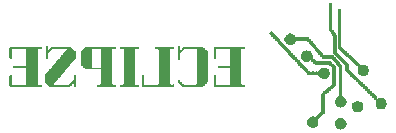
<source format=gbo>
G04*
G04 #@! TF.GenerationSoftware,Altium Limited,Altium Designer,24.1.2 (44)*
G04*
G04 Layer_Color=32896*
%FSLAX44Y44*%
%MOMM*%
G71*
G04*
G04 #@! TF.SameCoordinates,45874381-32F6-40E1-B25F-84CDE6F57C9E*
G04*
G04*
G04 #@! TF.FilePolarity,Positive*
G04*
G01*
G75*
G36*
X100845Y103750D02*
Y110275D01*
X89971D01*
Y111906D01*
X100845D01*
Y126044D01*
X88883D01*
Y117887D01*
X87252D01*
Y118431D01*
X86708D01*
Y127131D01*
X87252D01*
Y127675D01*
X113895D01*
Y126044D01*
X110633D01*
Y96138D01*
X111177D01*
Y95594D01*
X113895D01*
Y93963D01*
X87252D01*
Y94506D01*
X86708D01*
Y103206D01*
X87252D01*
Y103750D01*
X88883D01*
Y95594D01*
X100302D01*
Y96138D01*
X100845D01*
Y103206D01*
Y103750D01*
D02*
G37*
G36*
X143257Y97225D02*
Y93963D01*
X141082D01*
Y96681D01*
X140539D01*
Y96138D01*
X139995D01*
Y95594D01*
X139451D01*
Y95050D01*
X138907D01*
Y94506D01*
X138364D01*
Y93963D01*
X120420D01*
Y94506D01*
X119876D01*
Y95050D01*
X119333D01*
Y95594D01*
X118789D01*
Y96138D01*
X118245D01*
Y96681D01*
X117701D01*
Y97225D01*
X117158D01*
Y97769D01*
X116614D01*
Y103750D01*
X117158D01*
Y104838D01*
X117701D01*
Y105381D01*
X118245D01*
Y105925D01*
X118789D01*
Y106469D01*
X119333D01*
Y107013D01*
X119876D01*
Y108100D01*
X120420D01*
Y108644D01*
X120964D01*
Y109187D01*
X121508D01*
Y109731D01*
X122051D01*
Y110275D01*
X122595D01*
Y111362D01*
X123139D01*
Y111906D01*
X123683D01*
Y112450D01*
X124226D01*
Y112994D01*
X124770D01*
Y113537D01*
X125314D01*
Y114081D01*
X125858D01*
Y114625D01*
X126401D01*
Y115712D01*
X126945D01*
Y116256D01*
X127489D01*
Y116800D01*
X128033D01*
Y117344D01*
X128576D01*
Y117887D01*
X129120D01*
Y118975D01*
X129664D01*
Y119519D01*
X130208D01*
Y120062D01*
X130751D01*
Y120606D01*
X131295D01*
Y121150D01*
X131839D01*
Y121694D01*
X132382D01*
Y122781D01*
X132926D01*
Y123325D01*
X133470D01*
Y123869D01*
X134014D01*
Y124412D01*
X134558D01*
Y124956D01*
X135101D01*
Y126044D01*
X123139D01*
Y125500D01*
X122595D01*
Y124956D01*
X122051D01*
Y124412D01*
X121508D01*
Y123869D01*
X120964D01*
Y123325D01*
X120420D01*
Y122781D01*
X119876D01*
Y122237D01*
X119333D01*
Y117344D01*
X117701D01*
Y128218D01*
X119333D01*
Y124956D01*
X119876D01*
Y125500D01*
X120420D01*
Y126044D01*
X120964D01*
Y126587D01*
X121508D01*
Y127131D01*
X122051D01*
Y127675D01*
X138907D01*
Y127131D01*
X139451D01*
Y126587D01*
X139995D01*
Y126044D01*
X140539D01*
Y125500D01*
X141082D01*
Y124956D01*
X141626D01*
Y124412D01*
X142170D01*
Y123869D01*
X142714D01*
Y117887D01*
X142170D01*
Y116800D01*
X141626D01*
Y116256D01*
X141082D01*
Y115712D01*
X140539D01*
Y115169D01*
X139995D01*
Y114625D01*
X139451D01*
Y114081D01*
X138907D01*
Y112994D01*
X138364D01*
Y112450D01*
X137820D01*
Y111906D01*
X137276D01*
Y111362D01*
X136733D01*
Y110819D01*
X136189D01*
Y109731D01*
X135645D01*
Y109187D01*
X135101D01*
Y108644D01*
X134558D01*
Y108100D01*
X134014D01*
Y107556D01*
X133470D01*
Y106469D01*
X132926D01*
Y105925D01*
X132382D01*
Y105381D01*
X131839D01*
Y104838D01*
X131295D01*
Y104294D01*
X130751D01*
Y103750D01*
X130208D01*
Y102662D01*
X129664D01*
Y102119D01*
X129120D01*
Y101575D01*
X128576D01*
Y101031D01*
X128033D01*
Y100487D01*
X127489D01*
Y99944D01*
X126945D01*
Y98856D01*
X126401D01*
Y98313D01*
X125858D01*
Y97769D01*
X125314D01*
Y97225D01*
X124770D01*
Y96681D01*
X124226D01*
Y96138D01*
X124770D01*
Y95594D01*
X137276D01*
Y96138D01*
X137820D01*
Y96681D01*
X138364D01*
Y97225D01*
X138907D01*
Y97769D01*
X139451D01*
Y98313D01*
X139995D01*
Y98856D01*
X140539D01*
Y99400D01*
X141082D01*
Y104294D01*
X143257D01*
Y97769D01*
Y97225D01*
D02*
G37*
G36*
X176970Y126044D02*
X173707D01*
Y120062D01*
Y119519D01*
Y96138D01*
X174251D01*
Y95594D01*
X176970D01*
Y93963D01*
X161201D01*
Y94506D01*
X160657D01*
Y95594D01*
X163376D01*
Y96138D01*
X164464D01*
Y98313D01*
X163920D01*
Y107013D01*
X164464D01*
Y108100D01*
X163920D01*
Y108644D01*
X150870D01*
Y109187D01*
X150326D01*
Y109731D01*
X149782D01*
Y110275D01*
X149239D01*
Y110819D01*
X148695D01*
Y111362D01*
X148151D01*
Y111906D01*
X147607D01*
Y112994D01*
X147064D01*
Y120062D01*
X147607D01*
Y120606D01*
X147064D01*
Y123325D01*
X147607D01*
Y124412D01*
X148151D01*
Y124956D01*
X148695D01*
Y125500D01*
X149239D01*
Y126044D01*
X149782D01*
Y126587D01*
X150326D01*
Y127131D01*
X150870D01*
Y127675D01*
X176970D01*
Y126044D01*
D02*
G37*
G36*
X195457D02*
X193282D01*
Y95594D01*
X196544D01*
Y94506D01*
X196001D01*
Y93963D01*
X180232D01*
Y95594D01*
X182951D01*
Y96138D01*
X183494D01*
Y126044D01*
X180232D01*
Y127675D01*
X196544D01*
Y126044D01*
X196001D01*
X195457D01*
D02*
G37*
G36*
X209051Y95594D02*
X212857D01*
Y96138D01*
X213400D01*
Y125500D01*
X212857D01*
Y126044D01*
X209594D01*
Y127675D01*
X225907D01*
Y126044D01*
X222644D01*
Y96138D01*
X223188D01*
Y95594D01*
X225363D01*
Y96138D01*
X225907D01*
Y93963D01*
X198719D01*
Y103750D01*
X200351D01*
Y96138D01*
X200894D01*
Y95594D01*
X208507D01*
X209051D01*
D02*
G37*
G36*
X241131Y127675D02*
X250919D01*
Y127131D01*
X251463D01*
Y126587D01*
X252006D01*
Y126044D01*
X252550D01*
Y125500D01*
X253094D01*
Y124956D01*
X253638D01*
Y124412D01*
X254181D01*
Y123869D01*
X254725D01*
Y97769D01*
X254181D01*
Y97225D01*
X253638D01*
Y96681D01*
X253094D01*
Y96138D01*
X252550D01*
Y95594D01*
X252006D01*
Y95050D01*
X251463D01*
Y94506D01*
X250919D01*
Y93963D01*
X232975D01*
Y94506D01*
X232432D01*
Y95050D01*
X231888D01*
Y95594D01*
X231344D01*
Y96138D01*
X230800D01*
Y96681D01*
X230257D01*
Y97225D01*
X229713D01*
Y97769D01*
X229169D01*
Y98856D01*
X229713D01*
Y99400D01*
X230800D01*
Y98856D01*
X231344D01*
Y98313D01*
X231888D01*
Y97769D01*
X232432D01*
Y97225D01*
X232975D01*
Y96681D01*
X233519D01*
Y96138D01*
X234606D01*
Y95594D01*
X244938D01*
Y96138D01*
X245481D01*
Y126044D01*
X234606D01*
Y124956D01*
X233519D01*
Y124412D01*
X232975D01*
Y123869D01*
X232432D01*
Y123325D01*
X231888D01*
Y122781D01*
X231344D01*
Y116800D01*
X229169D01*
Y127675D01*
X229713D01*
Y128218D01*
X231344D01*
Y124956D01*
X231888D01*
Y125500D01*
X232432D01*
Y126044D01*
X232975D01*
Y126587D01*
X233519D01*
Y127131D01*
X234063D01*
Y127675D01*
X240588D01*
X241131D01*
D02*
G37*
G36*
X263969Y93963D02*
X259619D01*
Y103750D01*
X261250D01*
Y96138D01*
X261794D01*
Y95594D01*
X273212D01*
Y96138D01*
X273756D01*
Y110275D01*
X262881D01*
Y111906D01*
X273212D01*
Y112450D01*
X273756D01*
Y125500D01*
X273212D01*
Y126044D01*
X261250D01*
Y117887D01*
X259619D01*
Y127675D01*
X286262D01*
Y126044D01*
X283000D01*
Y96138D01*
X283543D01*
Y95594D01*
X286262D01*
Y93963D01*
X264513D01*
X263969D01*
D02*
G37*
G36*
X367280Y159212D02*
X367824D01*
Y128762D01*
X367280D01*
Y128218D01*
X367824D01*
Y127675D01*
X368368D01*
Y127131D01*
X368911D01*
Y126587D01*
X369455D01*
Y126044D01*
X369999D01*
Y125500D01*
X370543D01*
Y124956D01*
X371086D01*
Y124412D01*
X371630D01*
Y123869D01*
X372174D01*
Y123325D01*
X372718D01*
Y122781D01*
X373261D01*
Y122237D01*
X373805D01*
Y121694D01*
X374349D01*
Y121150D01*
X374893D01*
Y120606D01*
X375980D01*
Y120062D01*
X376524D01*
Y119519D01*
X377068D01*
Y118975D01*
X377611D01*
Y118431D01*
X378155D01*
Y117887D01*
X378699D01*
Y117344D01*
X379243D01*
Y116800D01*
X379786D01*
Y116256D01*
X380330D01*
Y115712D01*
X380874D01*
Y115169D01*
X381418D01*
Y114625D01*
X381961D01*
Y114081D01*
X382505D01*
Y113537D01*
X383049D01*
Y112994D01*
X383592D01*
Y112450D01*
X385768D01*
Y112994D01*
X386311D01*
Y112450D01*
X388486D01*
Y111906D01*
X389030D01*
Y111362D01*
X390117D01*
Y110275D01*
X390661D01*
Y109187D01*
X391205D01*
Y106469D01*
X390661D01*
Y105381D01*
X390117D01*
Y104294D01*
X389030D01*
Y103750D01*
X388486D01*
Y103206D01*
X384136D01*
Y103750D01*
X383049D01*
Y104294D01*
X382505D01*
Y104838D01*
X381961D01*
Y105925D01*
X381418D01*
Y109731D01*
X381961D01*
Y110819D01*
X381418D01*
Y111362D01*
X380330D01*
Y111906D01*
X379786D01*
Y112450D01*
X379243D01*
Y112994D01*
X378699D01*
Y113537D01*
X378155D01*
Y114081D01*
X377611D01*
Y114625D01*
X377068D01*
Y115169D01*
X376524D01*
Y115712D01*
X375980D01*
Y116256D01*
X375436D01*
Y116800D01*
X374893D01*
Y117344D01*
X374349D01*
Y117887D01*
X373805D01*
Y118431D01*
X373261D01*
Y118975D01*
X372174D01*
Y119519D01*
X371630D01*
Y120062D01*
X371086D01*
Y120606D01*
X370543D01*
Y121150D01*
X369999D01*
Y121694D01*
X369455D01*
Y122237D01*
X368911D01*
Y122781D01*
X368368D01*
Y123325D01*
X367824D01*
Y123869D01*
X367280D01*
Y124412D01*
X366736D01*
Y124956D01*
X366193D01*
Y125500D01*
X365649D01*
Y126044D01*
X365105D01*
Y126587D01*
X364562D01*
Y159756D01*
X367280D01*
Y159212D01*
D02*
G37*
G36*
X309100Y140181D02*
X309643D01*
Y139637D01*
X310187D01*
Y139093D01*
X310731D01*
Y138550D01*
X311275D01*
Y138006D01*
X311818D01*
Y137462D01*
X312362D01*
Y136918D01*
X312906D01*
Y136375D01*
X313449D01*
Y135831D01*
X313993D01*
Y135287D01*
X314537D01*
Y134743D01*
X315081D01*
Y134200D01*
X315625D01*
Y133656D01*
X316168D01*
Y133112D01*
X316712D01*
Y132025D01*
X317256D01*
Y131481D01*
X317799D01*
Y130937D01*
X318343D01*
Y130393D01*
X318887D01*
Y129850D01*
X319431D01*
Y129306D01*
X319974D01*
Y128762D01*
X320518D01*
Y128218D01*
X321062D01*
Y127675D01*
X321606D01*
Y127131D01*
X322149D01*
Y126587D01*
X322693D01*
Y126044D01*
X323237D01*
Y125500D01*
X323781D01*
Y124956D01*
X324324D01*
Y123869D01*
X325412D01*
Y122781D01*
X325956D01*
Y122237D01*
X326499D01*
Y121694D01*
X327043D01*
Y121150D01*
X327587D01*
Y120606D01*
X328131D01*
Y120062D01*
X328674D01*
Y119519D01*
X329218D01*
Y118975D01*
X329762D01*
Y118431D01*
X330306D01*
Y117887D01*
X330849D01*
Y117344D01*
X331393D01*
Y116800D01*
X331937D01*
Y116256D01*
X332481D01*
Y115169D01*
X333024D01*
Y114625D01*
X333568D01*
Y114081D01*
X334112D01*
Y113537D01*
X334655D01*
Y112994D01*
X335199D01*
Y112450D01*
X335743D01*
Y111906D01*
X336287D01*
Y111362D01*
X336830D01*
Y110819D01*
X337374D01*
Y110275D01*
X337918D01*
Y109731D01*
X338462D01*
Y109187D01*
X339006D01*
Y108644D01*
X339549D01*
Y107556D01*
X340093D01*
Y107013D01*
X341180D01*
Y106469D01*
X342812D01*
Y107013D01*
X343355D01*
Y106469D01*
X343899D01*
Y107013D01*
X344443D01*
Y106469D01*
X346618D01*
Y107013D01*
X347162D01*
Y106469D01*
X348249D01*
Y107013D01*
X348793D01*
Y108100D01*
X349337D01*
Y108644D01*
X349880D01*
Y109187D01*
X350424D01*
Y109731D01*
X352055D01*
Y110275D01*
X354230D01*
Y109731D01*
X355318D01*
Y109187D01*
X356405D01*
Y108644D01*
X356949D01*
Y107556D01*
X357493D01*
Y106469D01*
X358036D01*
Y103750D01*
X357493D01*
Y102662D01*
X356949D01*
Y102119D01*
X356405D01*
Y101575D01*
X355862D01*
Y101031D01*
X355318D01*
Y100487D01*
X350968D01*
Y101031D01*
X349880D01*
Y101575D01*
X349337D01*
Y102119D01*
X348793D01*
Y103206D01*
X348249D01*
Y103750D01*
X339006D01*
Y104294D01*
X338462D01*
Y105381D01*
X337918D01*
Y105925D01*
X337374D01*
Y106469D01*
X336830D01*
Y107013D01*
X336287D01*
Y107556D01*
X335743D01*
Y108100D01*
X335199D01*
Y108644D01*
X334655D01*
Y109187D01*
X334112D01*
Y109731D01*
X333568D01*
Y110275D01*
X333024D01*
Y110819D01*
X332481D01*
Y111362D01*
X331937D01*
Y111906D01*
X331393D01*
Y112450D01*
X330849D01*
Y113537D01*
X330306D01*
Y114081D01*
X329762D01*
Y114625D01*
X329218D01*
Y115169D01*
X328674D01*
Y115712D01*
X328131D01*
Y116256D01*
X327587D01*
Y116800D01*
X327043D01*
Y117344D01*
X326499D01*
Y117887D01*
X325956D01*
Y118431D01*
X325412D01*
Y118975D01*
X324868D01*
Y119519D01*
X324324D01*
Y120062D01*
X323781D01*
Y120606D01*
X323237D01*
Y121150D01*
X322693D01*
Y122237D01*
X322149D01*
Y122781D01*
X321606D01*
Y123325D01*
X321062D01*
Y123869D01*
X320518D01*
Y124412D01*
X319974D01*
Y124956D01*
X319431D01*
Y125500D01*
X318887D01*
Y126044D01*
X318343D01*
Y126587D01*
X317799D01*
Y127131D01*
X317256D01*
Y127675D01*
X316712D01*
Y128218D01*
X316168D01*
Y128762D01*
X315625D01*
Y129306D01*
X315081D01*
Y129850D01*
X314537D01*
Y130393D01*
X313993D01*
Y131481D01*
X313449D01*
Y132025D01*
X312906D01*
Y132569D01*
X312362D01*
Y133112D01*
X311818D01*
Y133656D01*
X311275D01*
Y134200D01*
X310731D01*
Y134743D01*
X310187D01*
Y135287D01*
X309643D01*
Y135831D01*
X309100D01*
Y136375D01*
X308556D01*
Y136918D01*
X308012D01*
Y137462D01*
X307468D01*
Y138006D01*
X306924D01*
Y138550D01*
X306381D01*
Y139093D01*
X306924D01*
Y139637D01*
X307468D01*
Y140181D01*
X308012D01*
Y140725D01*
X308556D01*
Y141268D01*
X309100D01*
Y140181D01*
D02*
G37*
G36*
X325412Y138550D02*
X327043D01*
Y138006D01*
X327587D01*
Y137462D01*
X328131D01*
Y136918D01*
X328674D01*
Y135831D01*
X340093D01*
Y135287D01*
X340637D01*
Y134743D01*
X341180D01*
Y134200D01*
X341724D01*
Y133656D01*
X342268D01*
Y133112D01*
X342812D01*
Y132569D01*
X343355D01*
Y131481D01*
X343899D01*
Y130937D01*
X344443D01*
Y130393D01*
X344987D01*
Y129850D01*
X345530D01*
Y129306D01*
X346074D01*
Y128762D01*
X346618D01*
Y127675D01*
X347162D01*
Y127131D01*
X347705D01*
Y126587D01*
X348249D01*
Y126044D01*
X348793D01*
Y125500D01*
X349337D01*
Y124956D01*
X349880D01*
Y123869D01*
X350424D01*
Y123325D01*
X350968D01*
Y122781D01*
X351512D01*
Y122237D01*
X352055D01*
Y121694D01*
X352599D01*
Y121150D01*
X360755D01*
Y120606D01*
X361299D01*
Y120062D01*
X361843D01*
Y119519D01*
X362387D01*
Y118975D01*
X362930D01*
Y117887D01*
X363474D01*
Y117344D01*
X364018D01*
Y116800D01*
X364562D01*
Y116256D01*
X365105D01*
Y115712D01*
X365649D01*
Y114625D01*
X366193D01*
Y114081D01*
X366736D01*
Y113537D01*
X367280D01*
Y112994D01*
X367824D01*
Y112450D01*
X368368D01*
Y85807D01*
X369455D01*
Y85263D01*
X369999D01*
Y84719D01*
X370543D01*
Y84175D01*
X371086D01*
Y83631D01*
X371630D01*
Y82000D01*
X372174D01*
Y80369D01*
X371630D01*
Y78738D01*
X371086D01*
Y78194D01*
X370543D01*
Y77650D01*
X369999D01*
Y77106D01*
X369455D01*
Y76563D01*
X367280D01*
Y76019D01*
X366736D01*
Y76563D01*
X364562D01*
Y77106D01*
X364018D01*
Y77650D01*
X363474D01*
Y78194D01*
X362930D01*
Y79282D01*
X362387D01*
Y83088D01*
X362930D01*
Y84175D01*
X363474D01*
Y84719D01*
X364018D01*
Y85263D01*
X365105D01*
Y85807D01*
X365649D01*
Y110819D01*
X365105D01*
Y111362D01*
X364562D01*
Y111906D01*
X364018D01*
Y112450D01*
X363474D01*
Y112994D01*
X362930D01*
Y114081D01*
X362387D01*
Y114625D01*
X361843D01*
Y115169D01*
X361299D01*
Y115712D01*
X360755D01*
Y116256D01*
X360211D01*
Y117344D01*
X359668D01*
Y117887D01*
X351512D01*
Y118431D01*
X350968D01*
Y118975D01*
X350424D01*
Y119519D01*
X349880D01*
Y120062D01*
X349337D01*
Y120606D01*
X348793D01*
Y121150D01*
X348249D01*
Y122237D01*
X347705D01*
Y122781D01*
X347162D01*
Y123325D01*
X346618D01*
Y123869D01*
X346074D01*
Y124412D01*
X345530D01*
Y124956D01*
X344987D01*
Y126044D01*
X344443D01*
Y126587D01*
X343899D01*
Y127131D01*
X343355D01*
Y127675D01*
X342812D01*
Y128218D01*
X342268D01*
Y128762D01*
X341724D01*
Y129306D01*
X341180D01*
Y130393D01*
X340637D01*
Y130937D01*
X340093D01*
Y131481D01*
X339549D01*
Y132025D01*
X339006D01*
Y132569D01*
X329218D01*
Y132025D01*
X328674D01*
Y131481D01*
X328131D01*
Y130393D01*
X327587D01*
Y129850D01*
X326499D01*
Y129306D01*
X322693D01*
Y129850D01*
X321606D01*
Y130393D01*
X321062D01*
Y130937D01*
X320518D01*
Y131481D01*
X319974D01*
Y133112D01*
X319431D01*
Y135287D01*
X319974D01*
Y136375D01*
X320518D01*
Y137462D01*
X321062D01*
Y138006D01*
X322149D01*
Y138550D01*
X323237D01*
Y139093D01*
X325412D01*
Y138550D01*
D02*
G37*
G36*
X359668Y143443D02*
X360211D01*
Y142356D01*
X360755D01*
Y141812D01*
X361299D01*
Y141268D01*
X361843D01*
Y140181D01*
X362387D01*
Y139637D01*
X362930D01*
Y138550D01*
X363474D01*
Y137462D01*
X364018D01*
Y122781D01*
X364562D01*
Y122237D01*
X365105D01*
Y121694D01*
X365649D01*
Y121150D01*
X366193D01*
Y120606D01*
X366736D01*
Y120062D01*
X367280D01*
Y119519D01*
X367824D01*
Y118975D01*
X368368D01*
Y118431D01*
X368911D01*
Y117887D01*
X369455D01*
Y117344D01*
X369999D01*
Y116800D01*
X371086D01*
Y115712D01*
X371630D01*
Y115169D01*
X372174D01*
Y114625D01*
X372718D01*
Y114081D01*
X373261D01*
Y113537D01*
X373805D01*
Y108644D01*
X374349D01*
Y108100D01*
X374893D01*
Y107556D01*
X375436D01*
Y107013D01*
X375980D01*
Y106469D01*
X376524D01*
Y105925D01*
X377068D01*
Y105381D01*
X377611D01*
Y104838D01*
X378155D01*
Y104294D01*
X378699D01*
Y103750D01*
X379243D01*
Y103206D01*
X379786D01*
Y102662D01*
X380330D01*
Y102119D01*
X380874D01*
Y101575D01*
X381418D01*
Y101031D01*
X381961D01*
Y100487D01*
X382505D01*
Y99944D01*
X383592D01*
Y98856D01*
X384680D01*
Y98313D01*
X385224D01*
Y97769D01*
X385768D01*
Y97225D01*
X386311D01*
Y96681D01*
X386855D01*
Y96138D01*
X387399D01*
Y95594D01*
X387943D01*
Y95050D01*
X388486D01*
Y94506D01*
X389030D01*
Y93963D01*
X389574D01*
Y93419D01*
X390117D01*
Y92875D01*
X390661D01*
Y92331D01*
X391205D01*
Y91788D01*
X391749D01*
Y91244D01*
X392293D01*
Y90700D01*
X392836D01*
Y90156D01*
X393380D01*
Y89613D01*
X393924D01*
Y89069D01*
X394467D01*
Y88525D01*
X395011D01*
Y87981D01*
X395555D01*
Y87438D01*
X396099D01*
Y86894D01*
X396642D01*
Y86350D01*
X397186D01*
Y85807D01*
X397730D01*
Y85263D01*
X398274D01*
Y84719D01*
X398817D01*
Y84175D01*
X400449D01*
Y84719D01*
X402080D01*
Y84175D01*
X403711D01*
Y83631D01*
X404799D01*
Y82544D01*
X405342D01*
Y82000D01*
X405886D01*
Y80369D01*
X406430D01*
Y79282D01*
Y78738D01*
X405886D01*
Y77106D01*
X405342D01*
Y76563D01*
X404799D01*
Y76019D01*
X404255D01*
Y75475D01*
X403167D01*
Y74932D01*
X399361D01*
Y75475D01*
X398274D01*
Y76019D01*
X397730D01*
Y76563D01*
X397186D01*
Y77650D01*
X396642D01*
Y81456D01*
X397186D01*
Y82544D01*
X396099D01*
Y83088D01*
X395555D01*
Y83631D01*
X395011D01*
Y84175D01*
X394467D01*
Y84719D01*
X393924D01*
Y85263D01*
X393380D01*
Y85807D01*
X392836D01*
Y86350D01*
X392293D01*
Y86894D01*
X391749D01*
Y87438D01*
X391205D01*
Y87981D01*
X390661D01*
Y88525D01*
X390117D01*
Y89069D01*
X389574D01*
Y89613D01*
X389030D01*
Y90156D01*
X388486D01*
Y90700D01*
X387943D01*
Y91244D01*
X387399D01*
Y91788D01*
X386855D01*
Y92331D01*
X386311D01*
Y92875D01*
X385768D01*
Y93419D01*
X385224D01*
Y93963D01*
X384680D01*
Y94506D01*
X384136D01*
Y95050D01*
X383592D01*
Y95594D01*
X383049D01*
Y96138D01*
X382505D01*
Y96681D01*
X381961D01*
Y97225D01*
X381418D01*
Y97769D01*
X380874D01*
Y98313D01*
X380330D01*
Y98856D01*
X379786D01*
Y99400D01*
X378699D01*
Y99944D01*
X378155D01*
Y100487D01*
X377611D01*
Y101031D01*
X377068D01*
Y101575D01*
X376524D01*
Y102119D01*
X375980D01*
Y102662D01*
X375436D01*
Y103206D01*
X374893D01*
Y103750D01*
X374349D01*
Y104294D01*
X373805D01*
Y104838D01*
X373261D01*
Y105381D01*
X372718D01*
Y105925D01*
X372174D01*
Y106469D01*
X371630D01*
Y107013D01*
X371086D01*
Y111906D01*
X370543D01*
Y112450D01*
X369999D01*
Y112994D01*
X369455D01*
Y113537D01*
X368911D01*
Y114081D01*
X368368D01*
Y114625D01*
X367824D01*
Y115169D01*
X367280D01*
Y115712D01*
X366736D01*
Y116800D01*
X365649D01*
Y117344D01*
X365105D01*
Y117887D01*
X364562D01*
Y118431D01*
X364018D01*
Y118975D01*
X363474D01*
Y119519D01*
X362930D01*
Y120062D01*
X362387D01*
Y120606D01*
X361843D01*
Y121150D01*
X361299D01*
Y121694D01*
X360755D01*
Y136918D01*
X360211D01*
Y138006D01*
X359668D01*
Y138550D01*
X359124D01*
Y139637D01*
X358580D01*
Y140181D01*
X358036D01*
Y141268D01*
X357493D01*
Y141812D01*
X356949D01*
Y165193D01*
X359668D01*
Y143443D01*
D02*
G37*
G36*
X383049Y81456D02*
X384136D01*
Y80913D01*
X385224D01*
Y79825D01*
X385768D01*
Y79282D01*
X386311D01*
Y75475D01*
X385768D01*
Y74388D01*
X385224D01*
Y73844D01*
X384680D01*
Y73300D01*
X384136D01*
Y72757D01*
X383049D01*
Y72213D01*
X380330D01*
Y72757D01*
X378699D01*
Y73300D01*
X378155D01*
Y73844D01*
X377611D01*
Y74932D01*
X377068D01*
Y76019D01*
X376524D01*
Y78194D01*
X377068D01*
Y79825D01*
X377611D01*
Y80369D01*
X378155D01*
Y80913D01*
X378699D01*
Y81456D01*
X379786D01*
Y82000D01*
X383049D01*
Y81456D01*
D02*
G37*
G36*
X339006Y124412D02*
X340637D01*
Y123869D01*
X341724D01*
Y123325D01*
X342268D01*
Y122237D01*
X342812D01*
Y121150D01*
X343355D01*
Y118975D01*
X343899D01*
Y117887D01*
X344443D01*
Y117344D01*
X344987D01*
Y116800D01*
X345530D01*
Y116256D01*
X346074D01*
Y115712D01*
X358580D01*
Y115169D01*
X359124D01*
Y114625D01*
X359668D01*
Y114081D01*
X360211D01*
Y113537D01*
X360755D01*
Y112994D01*
X361843D01*
Y112450D01*
X362387D01*
Y111906D01*
X362930D01*
Y94506D01*
X362387D01*
Y93963D01*
X361843D01*
Y93419D01*
X361299D01*
Y92875D01*
X360755D01*
Y92331D01*
X360211D01*
Y91788D01*
X359124D01*
Y91244D01*
X358580D01*
Y90700D01*
X358036D01*
Y90156D01*
X357493D01*
Y89613D01*
X356949D01*
Y89069D01*
X356405D01*
Y88525D01*
X355318D01*
Y87981D01*
X354774D01*
Y87438D01*
X354230D01*
Y86894D01*
X353687D01*
Y71125D01*
X353143D01*
Y70582D01*
X352055D01*
Y70038D01*
X351512D01*
Y69494D01*
X350968D01*
Y68950D01*
X350424D01*
Y68407D01*
X349880D01*
Y67863D01*
X349337D01*
Y67319D01*
X348793D01*
Y66775D01*
X348249D01*
Y61882D01*
X347705D01*
Y60794D01*
X347162D01*
Y60251D01*
X346618D01*
Y59707D01*
X345530D01*
Y59163D01*
X341724D01*
Y59707D01*
X340637D01*
Y60251D01*
X340093D01*
Y60794D01*
X339549D01*
Y61882D01*
X339006D01*
Y63513D01*
X338462D01*
Y64057D01*
X339006D01*
Y66232D01*
X339549D01*
Y66775D01*
X340093D01*
Y67863D01*
X341180D01*
Y68407D01*
X342812D01*
Y68950D01*
X344443D01*
Y68407D01*
X346074D01*
Y68950D01*
X346618D01*
Y69494D01*
X347162D01*
Y70038D01*
X347705D01*
Y70582D01*
X348249D01*
Y71125D01*
X348793D01*
Y71669D01*
X349337D01*
Y72213D01*
X350424D01*
Y87981D01*
X350968D01*
Y88525D01*
X351512D01*
Y89069D01*
X352055D01*
Y89613D01*
X352599D01*
Y90156D01*
X353143D01*
Y90700D01*
X354230D01*
Y91244D01*
X354774D01*
Y91788D01*
X355318D01*
Y92331D01*
X355862D01*
Y92875D01*
X356405D01*
Y93419D01*
X356949D01*
Y93963D01*
X358036D01*
Y94506D01*
X358580D01*
Y95050D01*
X359124D01*
Y95594D01*
X359668D01*
Y110819D01*
X358580D01*
Y111362D01*
X358036D01*
Y111906D01*
X357493D01*
Y112450D01*
X345530D01*
Y112994D01*
X344443D01*
Y113537D01*
X343899D01*
Y114625D01*
X342812D01*
Y115169D01*
X342268D01*
Y116256D01*
X341180D01*
Y115712D01*
X340637D01*
Y115169D01*
X336287D01*
Y115712D01*
X335199D01*
Y116256D01*
X334655D01*
Y116800D01*
X334112D01*
Y117887D01*
X333568D01*
Y121694D01*
X334112D01*
Y122781D01*
X334655D01*
Y123325D01*
X335199D01*
Y123869D01*
X335743D01*
Y124412D01*
X337374D01*
Y124956D01*
X339006D01*
Y124412D01*
D02*
G37*
G36*
X368911Y66775D02*
X369999D01*
Y66232D01*
X370543D01*
Y65688D01*
X371086D01*
Y65144D01*
X371630D01*
Y62969D01*
X372174D01*
Y61882D01*
X371630D01*
Y60251D01*
X371086D01*
Y59707D01*
X370543D01*
Y59163D01*
X369999D01*
Y58619D01*
X369455D01*
Y58075D01*
X367824D01*
Y57532D01*
X366193D01*
Y58075D01*
X364562D01*
Y58619D01*
X364018D01*
Y59163D01*
X363474D01*
Y59707D01*
X362930D01*
Y60794D01*
X362387D01*
Y64600D01*
X362930D01*
Y65688D01*
X363474D01*
Y66232D01*
X364018D01*
Y66775D01*
X365105D01*
Y67319D01*
X368911D01*
Y66775D01*
D02*
G37*
%LPC*%
G36*
X163920Y126044D02*
X156851D01*
Y115169D01*
Y114625D01*
Y110275D01*
X164464D01*
Y111362D01*
X163920D01*
Y124956D01*
X164464D01*
Y125500D01*
X163920D01*
Y126044D01*
D02*
G37*
G36*
X398817Y84175D02*
X398274D01*
Y83631D01*
X398817D01*
Y84175D01*
D02*
G37*
G36*
X398274Y83631D02*
X397730D01*
Y83088D01*
X398274D01*
Y83631D01*
D02*
G37*
G36*
X397730Y83088D02*
X397186D01*
Y82544D01*
X397730D01*
Y83088D01*
D02*
G37*
%LPD*%
M02*

</source>
